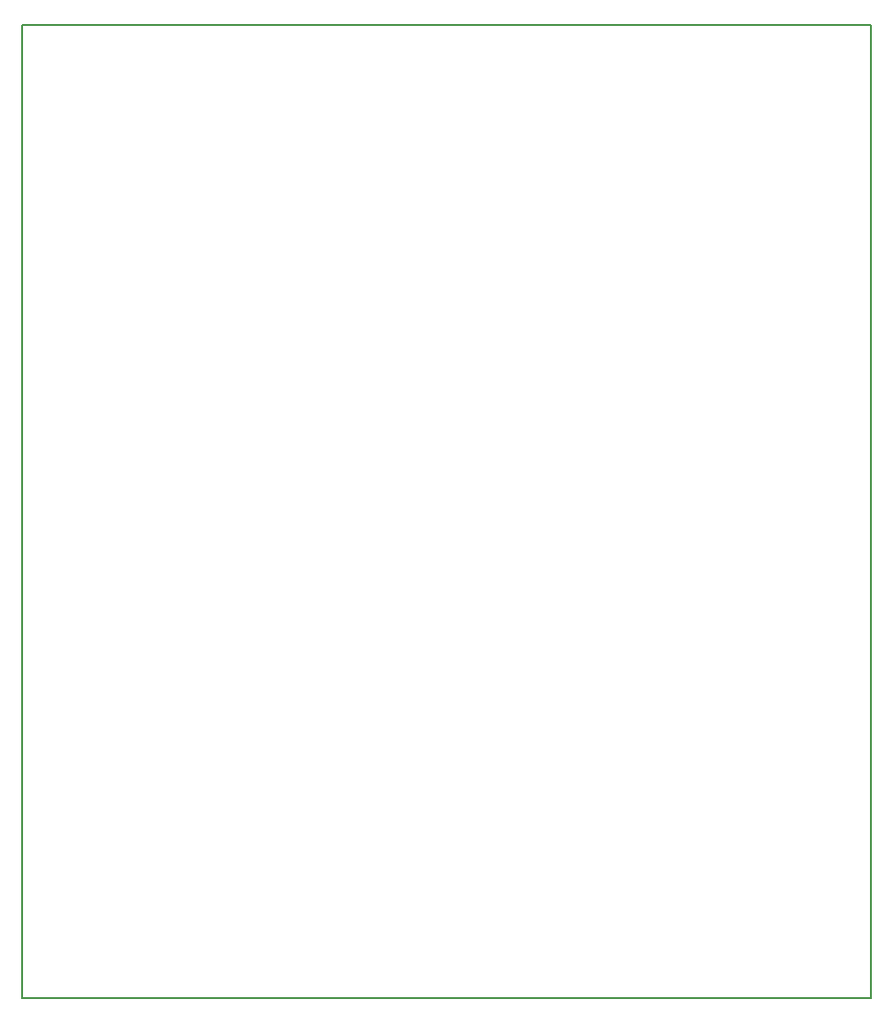
<source format=gbr>
%TF.GenerationSoftware,KiCad,Pcbnew,(5.1.7)-1*%
%TF.CreationDate,2021-03-01T21:41:40+01:00*%
%TF.ProjectId,mfm-v3-smd,6d666d2d-7633-42d7-936d-642e6b696361,rev?*%
%TF.SameCoordinates,Original*%
%TF.FileFunction,Profile,NP*%
%FSLAX46Y46*%
G04 Gerber Fmt 4.6, Leading zero omitted, Abs format (unit mm)*
G04 Created by KiCad (PCBNEW (5.1.7)-1) date 2021-03-01 21:41:40*
%MOMM*%
%LPD*%
G01*
G04 APERTURE LIST*
%TA.AperFunction,Profile*%
%ADD10C,0.200000*%
%TD*%
G04 APERTURE END LIST*
D10*
X18471419Y-164846000D02*
X18471419Y-79048619D01*
X93268800Y-79048619D02*
X93268800Y-164846000D01*
X18471419Y-79048619D02*
X93268800Y-79048619D01*
X93268800Y-164846000D02*
X18471419Y-164846000D01*
M02*

</source>
